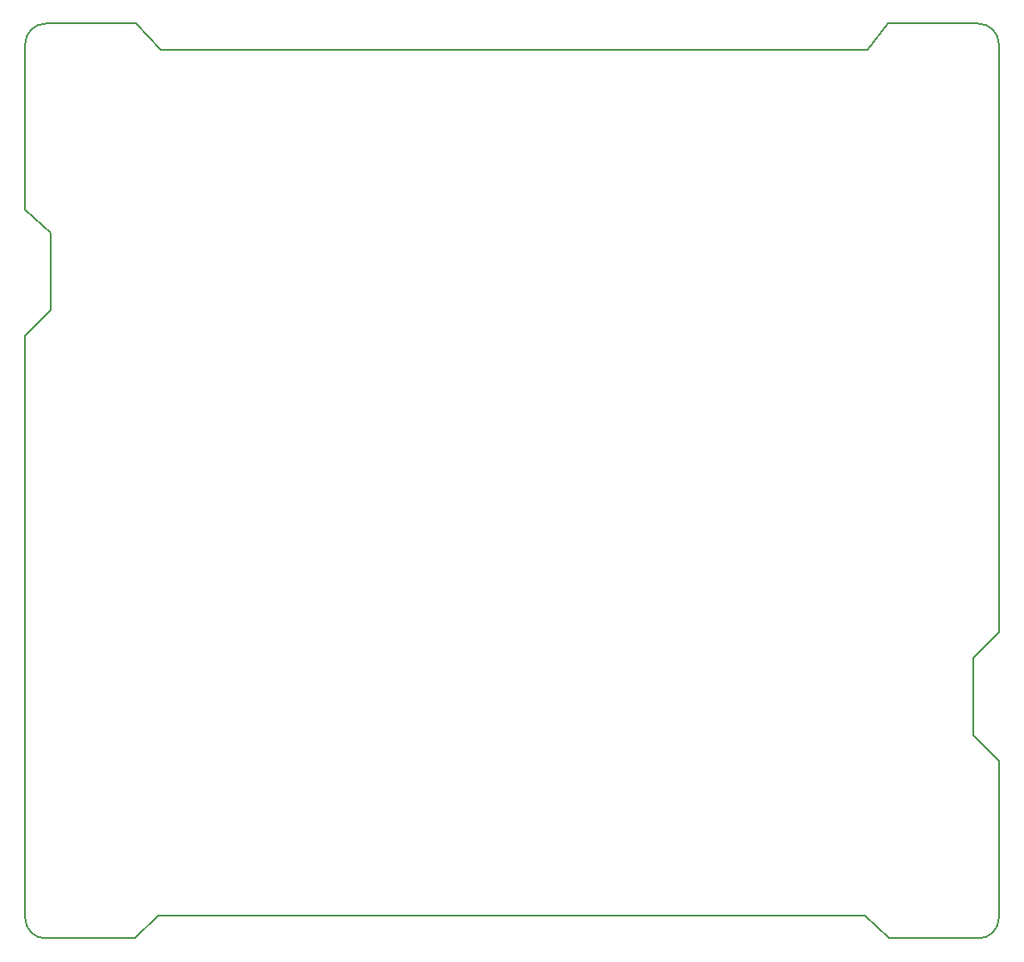
<source format=gm1>
%TF.GenerationSoftware,KiCad,Pcbnew,(6.0.5)*%
%TF.CreationDate,2022-07-09T20:35:50-07:00*%
%TF.ProjectId,batteryboard,62617474-6572-4796-926f-6172642e6b69,1.C*%
%TF.SameCoordinates,Original*%
%TF.FileFunction,Profile,NP*%
%FSLAX46Y46*%
G04 Gerber Fmt 4.6, Leading zero omitted, Abs format (unit mm)*
G04 Created by KiCad (PCBNEW (6.0.5)) date 2022-07-09 20:35:50*
%MOMM*%
%LPD*%
G01*
G04 APERTURE LIST*
%TA.AperFunction,Profile*%
%ADD10C,0.150000*%
%TD*%
G04 APERTURE END LIST*
D10*
X53200300Y-141979900D02*
G75*
G03*
X55200300Y-143979900I2000000J0D01*
G01*
X147085300Y-143979900D02*
G75*
G03*
X149085300Y-141979900I0J2000000D01*
G01*
X149085300Y-55809900D02*
G75*
G03*
X147085300Y-53809900I-2000000J0D01*
G01*
X53200300Y-84582000D02*
X53200300Y-141979900D01*
X55200300Y-53809900D02*
G75*
G03*
X53200300Y-55809900I0J-2000000D01*
G01*
X55200300Y-143979900D02*
X64039500Y-143979900D01*
X149098000Y-113792000D02*
X149085300Y-55809900D01*
X135890000Y-141732000D02*
X66294000Y-141732000D01*
X64039500Y-143979900D02*
X66294000Y-141732000D01*
X147085300Y-143979900D02*
X138246100Y-143979900D01*
X66548000Y-56388000D02*
X64096900Y-53809900D01*
X136144000Y-56388000D02*
X66548000Y-56388000D01*
X136144000Y-56388000D02*
X138188700Y-53809900D01*
X147085300Y-53809900D02*
X138188700Y-53809900D01*
X64096900Y-53809900D02*
X55200300Y-53809900D01*
X53200300Y-72136000D02*
X53200300Y-55809900D01*
X149085300Y-141979900D02*
X149098000Y-126492000D01*
X146558000Y-123952000D02*
X149098000Y-126492000D01*
X146558000Y-116332000D02*
X146558000Y-123952000D01*
X53200300Y-84582000D02*
X55740300Y-82042000D01*
X138246100Y-143979900D02*
X135890000Y-141732000D01*
X55740300Y-74422000D02*
X53200300Y-72136000D01*
X55740300Y-82042000D02*
X55740300Y-74422000D01*
X149098000Y-113792000D02*
X146558000Y-116332000D01*
M02*

</source>
